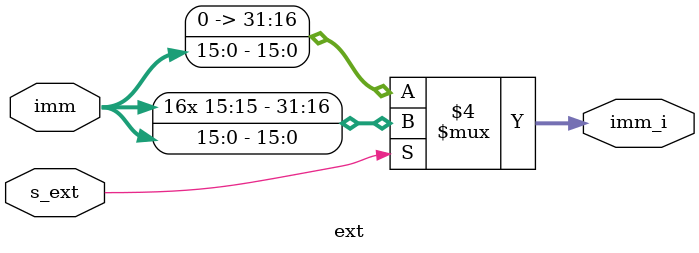
<source format=v>
module ext(imm,s_ext,imm_i);

input [15:0] imm;
input s_ext;
output reg [31:0] imm_i;

always@(*)
	begin
	if(s_ext==0) //零扩展
		imm_i={{16{1'b0}},imm};
	else //符号扩展
		imm_i={{16{imm[15]}},imm};
	end

endmodule
</source>
